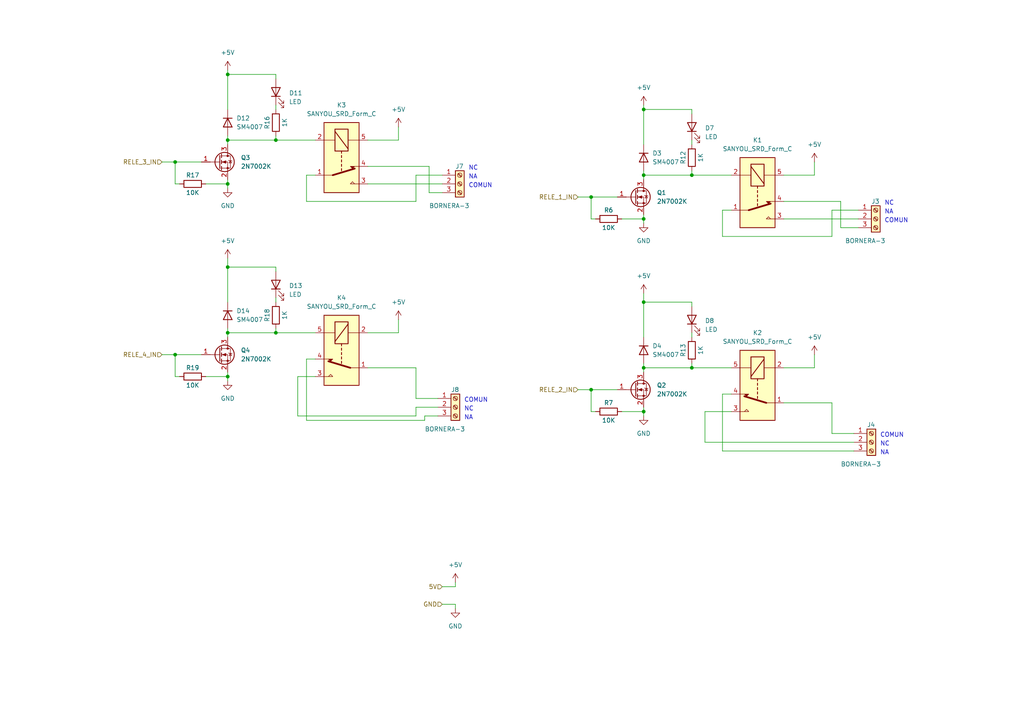
<source format=kicad_sch>
(kicad_sch (version 20230121) (generator eeschema)
  (paper "A4")
  (lib_symbols
    (symbol "Connector:Screw_Terminal_01x03" (pin_names (offset 1.016) hide)
      (property "Reference" "J" (at 0 5.08 0))
      (property "Value" "Screw_Terminal_01x03" (at 0 -5.08 0))
      (symbol "Screw_Terminal_01x03_1_1"
        (rectangle (start -1.27 3.81) (end 1.27 -3.81) (stroke (width 0.254)) (fill (type background)))
        (circle (center 0 -2.54) (radius 0.635) (stroke (width 0.1524)))
        (polyline (pts (xy -0.5334 -2.2098) (xy 0.3302 -3.048)) (stroke (width 0.1524)))
        (polyline (pts (xy -0.5334 0.3302) (xy 0.3302 -0.508)) (stroke (width 0.1524)))
        (polyline (pts (xy -0.5334 2.8702) (xy 0.3302 2.032)) (stroke (width 0.1524)))
        (polyline (pts (xy -0.3556 -2.032) (xy 0.508 -2.8702)) (stroke (width 0.1524)))
        (polyline (pts (xy -0.3556 0.508) (xy 0.508 -0.3302)) (stroke (width 0.1524)))
        (polyline (pts (xy -0.3556 3.048) (xy 0.508 2.2098)) (stroke (width 0.1524)))
        (circle (center 0 0) (radius 0.635) (stroke (width 0.1524)))
        (circle (center 0 2.54) (radius 0.635) (stroke (width 0.1524)))
        (pin passive line (at -5.08 2.54 0) (length 3.81) (name "Pin_1") (number "1"))
        (pin passive line (at -5.08 0 0) (length 3.81) (name "Pin_2") (number "2"))
        (pin passive line (at -5.08 -2.54 0) (length 3.81) (name "Pin_3") (number "3"))
      )
    )
    (symbol "Device:LED" (pin_numbers hide) (pin_names (offset 1.016) hide)
      (property "Reference" "D" (at 0 2.54 0))
      (property "Value" "LED" (at 0 -2.54 0))
      (symbol "LED_0_1"
        (polyline (pts (xy -1.27 -1.27) (xy -1.27 1.27)) (stroke (width 0.254)))
        (polyline (pts (xy -1.27 0) (xy 1.27 0)))
        (polyline (pts (xy 1.27 -1.27) (xy 1.27 1.27) (xy -1.27 0) (xy 1.27 -1.27)) (stroke (width 0.254)))
        (polyline (pts (xy -3.048 -0.762) (xy -4.572 -2.286) (xy -3.81 -2.286) (xy -4.572 -2.286) (xy -4.572 -1.524)))
        (polyline (pts (xy -1.778 -0.762) (xy -3.302 -2.286) (xy -2.54 -2.286) (xy -3.302 -2.286) (xy -3.302 -1.524)))
      )
      (symbol "LED_1_1"
        (pin passive line (at -3.81 0 0) (length 2.54) (name "K") (number "1"))
        (pin passive line (at 3.81 0 180) (length 2.54) (name "A") (number "2"))
      )
    )
    (symbol "Device:R" (pin_numbers hide) (pin_names (offset 0))
      (property "Reference" "R" (at 2.032 0 90))
      (property "Value" "R" (at 0 0 90))
      (symbol "R_0_1"
        (rectangle (start -1.016 -2.54) (end 1.016 2.54) (stroke (width 0.254)))
      )
      (symbol "R_1_1"
        (pin passive line (at 0 3.81 270) (length 1.27) (name "~") (number "1"))
        (pin passive line (at 0 -3.81 90) (length 1.27) (name "~") (number "2"))
      )
    )
    (symbol "Diode:SM4007" (pin_numbers hide) (pin_names (offset 1.016) hide)
      (property "Reference" "D" (at 0 2.54 0))
      (property "Value" "SM4007" (at 0 -2.54 0))
      (symbol "SM4007_0_1"
        (polyline (pts (xy -1.27 1.27) (xy -1.27 -1.27)) (stroke (width 0.254)))
        (polyline (pts (xy 1.27 0) (xy -1.27 0)))
        (polyline (pts (xy 1.27 1.27) (xy 1.27 -1.27) (xy -1.27 0) (xy 1.27 1.27)) (stroke (width 0.254)))
      )
      (symbol "SM4007_1_1"
        (pin passive line (at -3.81 0 0) (length 2.54) (name "K") (number "1"))
        (pin passive line (at 3.81 0 180) (length 2.54) (name "A") (number "2"))
      )
    )
    (symbol "Relay:SANYOU_SRD_Form_C"
      (property "Reference" "K" (at 11.43 3.81 0))
      (property "Value" "SANYOU_SRD_Form_C" (at 11.43 1.27 0))
      (symbol "SANYOU_SRD_Form_C_0_0"
        (polyline (pts (xy 7.62 5.08) (xy 7.62 2.54) (xy 6.985 3.175) (xy 7.62 3.81)))
      )
      (symbol "SANYOU_SRD_Form_C_0_1"
        (rectangle (start -10.16 5.08) (end 10.16 -5.08) (stroke (width 0.254)) (fill (type background)))
        (rectangle (start -8.255 1.905) (end -1.905 -1.905) (stroke (width 0.254)))
        (polyline (pts (xy -7.62 -1.905) (xy -2.54 1.905)) (stroke (width 0.254)))
        (polyline (pts (xy -5.08 -5.08) (xy -5.08 -1.905)))
        (polyline (pts (xy -5.08 5.08) (xy -5.08 1.905)))
        (polyline (pts (xy -1.905 0) (xy -1.27 0)) (stroke (width 0.254)))
        (polyline (pts (xy -0.635 0) (xy 0 0)) (stroke (width 0.254)))
        (polyline (pts (xy 0.635 0) (xy 1.27 0)) (stroke (width 0.254)))
        (polyline (pts (xy 1.905 0) (xy 2.54 0)) (stroke (width 0.254)))
        (polyline (pts (xy 3.175 0) (xy 3.81 0)) (stroke (width 0.254)))
        (polyline (pts (xy 5.08 -2.54) (xy 3.175 3.81)) (stroke (width 0.508)))
        (polyline (pts (xy 5.08 -2.54) (xy 5.08 -5.08)))
      )
      (symbol "SANYOU_SRD_Form_C_1_1"
        (polyline (pts (xy 2.54 3.81) (xy 3.175 3.175) (xy 2.54 2.54) (xy 2.54 5.08)) (fill (type outline)))
        (pin passive line (at 5.08 -7.62 90) (length 2.54) (name "~") (number "1"))
        (pin passive line (at -5.08 -7.62 90) (length 2.54) (name "~") (number "2"))
        (pin passive line (at 7.62 7.62 270) (length 2.54) (name "~") (number "3"))
        (pin passive line (at 2.54 7.62 270) (length 2.54) (name "~") (number "4"))
        (pin passive line (at -5.08 7.62 270) (length 2.54) (name "~") (number "5"))
      )
    )
    (symbol "Transistor_FET:2N7002K" (pin_names hide)
      (property "Reference" "Q" (at 5.08 1.905 0))
      (property "Value" "2N7002K" (at 5.08 0 0))
      (symbol "2N7002K_0_1"
        (polyline (pts (xy 0.254 0) (xy -2.54 0)))
        (polyline (pts (xy 0.254 1.905) (xy 0.254 -1.905)) (stroke (width 0.254)))
        (polyline (pts (xy 0.762 -1.27) (xy 0.762 -2.286)) (stroke (width 0.254)))
        (polyline (pts (xy 0.762 0.508) (xy 0.762 -0.508)) (stroke (width 0.254)))
        (polyline (pts (xy 0.762 2.286) (xy 0.762 1.27)) (stroke (width 0.254)))
        (polyline (pts (xy 2.54 2.54) (xy 2.54 1.778)))
        (polyline (pts (xy 2.54 -2.54) (xy 2.54 0) (xy 0.762 0)))
        (polyline (pts (xy 0.762 -1.778) (xy 3.302 -1.778) (xy 3.302 1.778) (xy 0.762 1.778)))
        (polyline (pts (xy 1.016 0) (xy 2.032 0.381) (xy 2.032 -0.381) (xy 1.016 0)) (fill (type outline)))
        (polyline (pts (xy 2.794 0.508) (xy 2.921 0.381) (xy 3.683 0.381) (xy 3.81 0.254)))
        (polyline (pts (xy 3.302 0.381) (xy 2.921 -0.254) (xy 3.683 -0.254) (xy 3.302 0.381)))
        (circle (center 1.651 0) (radius 2.794) (stroke (width 0.254)))
        (circle (center 2.54 -1.778) (radius 0.254) (fill (type outline)))
        (circle (center 2.54 1.778) (radius 0.254) (fill (type outline)))
      )
      (symbol "2N7002K_1_1"
        (pin input line (at -5.08 0 0) (length 2.54) (name "G") (number "1"))
        (pin passive line (at 2.54 -5.08 90) (length 2.54) (name "S") (number "2"))
        (pin passive line (at 2.54 5.08 270) (length 2.54) (name "D") (number "3"))
      )
    )
    (symbol "power:+5V" (power) (pin_names (offset 0))
      (property "Value" "+5V" (at 0 3.556 0))
      (symbol "+5V_0_1"
        (polyline (pts (xy -0.762 1.27) (xy 0 2.54)))
        (polyline (pts (xy 0 0) (xy 0 2.54)))
        (polyline (pts (xy 0 2.54) (xy 0.762 1.27)))
      )
      (symbol "+5V_1_1"
        (pin power_in line (at 0 0 90) (length 0) hide (name "+5V") (number "1"))
      )
    )
    (symbol "power:GND" (power) (pin_names (offset 0))
      (property "Value" "GND" (at 0 -3.81 0))
      (symbol "GND_0_1"
        (polyline (pts (xy 0 0) (xy 0 -1.27) (xy 1.27 -1.27) (xy 0 -2.54) (xy -1.27 -1.27) (xy 0 -1.27)))
      )
      (symbol "GND_1_1"
        (pin power_in line (at 0 0 270) (length 0) hide (name "GND") (number "1"))
      )
    )
  )
  (junction (at 66.04 21.59))
  (junction (at 186.69 50.8))
  (junction (at 171.45 113.03))
  (junction (at 66.04 53.34))
  (junction (at 186.69 63.5))
  (junction (at 66.04 109.22))
  (junction (at 50.8 102.87))
  (junction (at 66.04 96.52))
  (junction (at 200.66 106.68))
  (junction (at 186.69 31.75))
  (junction (at 186.69 87.63))
  (junction (at 200.66 50.8))
  (junction (at 171.45 57.15))
  (junction (at 80.01 96.52))
  (junction (at 80.01 40.64))
  (junction (at 186.69 119.38))
  (junction (at 50.8 46.99))
  (junction (at 66.04 40.64))
  (junction (at 186.69 106.68))
  (junction (at 66.04 77.47))
  (wire (pts (xy 66.04 40.64) (xy 66.04 41.91)))
  (wire (pts (xy 227.33 106.68) (xy 236.22 106.68)))
  (wire (pts (xy 186.69 119.38) (xy 186.69 120.65)))
  (wire (pts (xy 106.68 40.64) (xy 115.57 40.64)))
  (wire (pts (xy 66.04 21.59) (xy 66.04 31.75)))
  (wire (pts (xy 209.55 68.58) (xy 241.3 68.58)))
  (wire (pts (xy 50.8 102.87) (xy 58.42 102.87)))
  (wire (pts (xy 80.01 22.86) (xy 80.01 21.59)))
  (wire (pts (xy 66.04 52.07) (xy 66.04 53.34)))
  (wire (pts (xy 186.69 87.63) (xy 186.69 97.79)))
  (wire (pts (xy 236.22 106.68) (xy 236.22 102.87)))
  (wire (pts (xy 123.19 121.92) (xy 88.9 121.92)))
  (wire (pts (xy 171.45 119.38) (xy 171.45 113.03)))
  (wire (pts (xy 88.9 50.8) (xy 88.9 58.42)))
  (wire (pts (xy 171.45 113.03) (xy 179.07 113.03)))
  (wire (pts (xy 128.27 175.26) (xy 132.08 175.26)))
  (wire (pts (xy 115.57 96.52) (xy 115.57 92.71)))
  (wire (pts (xy 243.84 66.04) (xy 243.84 58.42)))
  (wire (pts (xy 200.66 33.02) (xy 200.66 31.75)))
  (wire (pts (xy 46.99 46.99) (xy 50.8 46.99)))
  (wire (pts (xy 200.66 40.64) (xy 200.66 41.91)))
  (wire (pts (xy 204.47 119.38) (xy 212.09 119.38)))
  (wire (pts (xy 200.66 96.52) (xy 200.66 97.79)))
  (wire (pts (xy 91.44 50.8) (xy 88.9 50.8)))
  (wire (pts (xy 88.9 104.14) (xy 88.9 121.92)))
  (wire (pts (xy 50.8 53.34) (xy 50.8 46.99)))
  (wire (pts (xy 186.69 30.48) (xy 186.69 31.75)))
  (wire (pts (xy 120.65 115.57) (xy 127 115.57)))
  (wire (pts (xy 124.46 55.88) (xy 128.27 55.88)))
  (wire (pts (xy 186.69 50.8) (xy 186.69 52.07)))
  (wire (pts (xy 248.92 66.04) (xy 243.84 66.04)))
  (wire (pts (xy 86.36 120.65) (xy 120.65 120.65)))
  (wire (pts (xy 88.9 58.42) (xy 120.65 58.42)))
  (wire (pts (xy 124.46 48.26) (xy 124.46 55.88)))
  (wire (pts (xy 186.69 31.75) (xy 186.69 41.91)))
  (wire (pts (xy 80.01 86.36) (xy 80.01 87.63)))
  (wire (pts (xy 80.01 78.74) (xy 80.01 77.47)))
  (wire (pts (xy 204.47 128.27) (xy 204.47 119.38)))
  (wire (pts (xy 186.69 87.63) (xy 200.66 87.63)))
  (wire (pts (xy 204.47 128.27) (xy 247.65 128.27)))
  (wire (pts (xy 200.66 31.75) (xy 186.69 31.75)))
  (wire (pts (xy 241.3 116.84) (xy 241.3 125.73)))
  (wire (pts (xy 66.04 96.52) (xy 66.04 97.79)))
  (wire (pts (xy 46.99 102.87) (xy 50.8 102.87)))
  (wire (pts (xy 80.01 96.52) (xy 91.44 96.52)))
  (wire (pts (xy 200.66 105.41) (xy 200.66 106.68)))
  (wire (pts (xy 212.09 60.96) (xy 209.55 60.96)))
  (wire (pts (xy 66.04 107.95) (xy 66.04 109.22)))
  (wire (pts (xy 50.8 46.99) (xy 58.42 46.99)))
  (wire (pts (xy 106.68 48.26) (xy 124.46 48.26)))
  (wire (pts (xy 127 120.65) (xy 123.19 120.65)))
  (wire (pts (xy 186.69 50.8) (xy 200.66 50.8)))
  (wire (pts (xy 66.04 77.47) (xy 80.01 77.47)))
  (wire (pts (xy 186.69 106.68) (xy 200.66 106.68)))
  (wire (pts (xy 66.04 20.32) (xy 66.04 21.59)))
  (wire (pts (xy 59.69 53.34) (xy 66.04 53.34)))
  (wire (pts (xy 86.36 109.22) (xy 91.44 109.22)))
  (wire (pts (xy 80.01 95.25) (xy 80.01 96.52)))
  (wire (pts (xy 180.34 119.38) (xy 186.69 119.38)))
  (wire (pts (xy 209.55 130.81) (xy 247.65 130.81)))
  (wire (pts (xy 52.07 53.34) (xy 50.8 53.34)))
  (wire (pts (xy 167.64 113.03) (xy 171.45 113.03)))
  (wire (pts (xy 120.65 50.8) (xy 128.27 50.8)))
  (wire (pts (xy 236.22 50.8) (xy 236.22 46.99)))
  (wire (pts (xy 243.84 58.42) (xy 227.33 58.42)))
  (wire (pts (xy 120.65 106.68) (xy 120.65 115.57)))
  (wire (pts (xy 227.33 116.84) (xy 241.3 116.84)))
  (wire (pts (xy 241.3 60.96) (xy 241.3 68.58)))
  (wire (pts (xy 80.01 39.37) (xy 80.01 40.64)))
  (wire (pts (xy 186.69 105.41) (xy 186.69 106.68)))
  (wire (pts (xy 209.55 114.3) (xy 209.55 130.81)))
  (wire (pts (xy 241.3 60.96) (xy 248.92 60.96)))
  (wire (pts (xy 66.04 109.22) (xy 66.04 110.49)))
  (wire (pts (xy 120.65 118.11) (xy 127 118.11)))
  (wire (pts (xy 106.68 96.52) (xy 115.57 96.52)))
  (wire (pts (xy 88.9 104.14) (xy 91.44 104.14)))
  (wire (pts (xy 209.55 114.3) (xy 212.09 114.3)))
  (wire (pts (xy 120.65 120.65) (xy 120.65 118.11)))
  (wire (pts (xy 66.04 74.93) (xy 66.04 77.47)))
  (wire (pts (xy 66.04 39.37) (xy 66.04 40.64)))
  (wire (pts (xy 186.69 63.5) (xy 186.69 64.77)))
  (wire (pts (xy 186.69 106.68) (xy 186.69 107.95)))
  (wire (pts (xy 106.68 106.68) (xy 120.65 106.68)))
  (wire (pts (xy 227.33 50.8) (xy 236.22 50.8)))
  (wire (pts (xy 115.57 40.64) (xy 115.57 36.83)))
  (wire (pts (xy 172.72 119.38) (xy 171.45 119.38)))
  (wire (pts (xy 132.08 175.26) (xy 132.08 176.53)))
  (wire (pts (xy 180.34 63.5) (xy 186.69 63.5)))
  (wire (pts (xy 171.45 63.5) (xy 171.45 57.15)))
  (wire (pts (xy 86.36 120.65) (xy 86.36 109.22)))
  (wire (pts (xy 80.01 40.64) (xy 91.44 40.64)))
  (wire (pts (xy 200.66 49.53) (xy 200.66 50.8)))
  (wire (pts (xy 241.3 125.73) (xy 247.65 125.73)))
  (wire (pts (xy 227.33 63.5) (xy 248.92 63.5)))
  (wire (pts (xy 172.72 63.5) (xy 171.45 63.5)))
  (wire (pts (xy 66.04 53.34) (xy 66.04 54.61)))
  (wire (pts (xy 171.45 57.15) (xy 179.07 57.15)))
  (wire (pts (xy 80.01 21.59) (xy 66.04 21.59)))
  (wire (pts (xy 52.07 109.22) (xy 50.8 109.22)))
  (wire (pts (xy 106.68 53.34) (xy 128.27 53.34)))
  (wire (pts (xy 123.19 120.65) (xy 123.19 121.92)))
  (wire (pts (xy 209.55 60.96) (xy 209.55 68.58)))
  (wire (pts (xy 186.69 118.11) (xy 186.69 119.38)))
  (wire (pts (xy 200.66 88.9) (xy 200.66 87.63)))
  (wire (pts (xy 200.66 106.68) (xy 212.09 106.68)))
  (wire (pts (xy 59.69 109.22) (xy 66.04 109.22)))
  (wire (pts (xy 132.08 170.18) (xy 132.08 168.91)))
  (wire (pts (xy 186.69 85.09) (xy 186.69 87.63)))
  (wire (pts (xy 200.66 50.8) (xy 212.09 50.8)))
  (wire (pts (xy 66.04 77.47) (xy 66.04 87.63)))
  (wire (pts (xy 66.04 40.64) (xy 80.01 40.64)))
  (wire (pts (xy 186.69 62.23) (xy 186.69 63.5)))
  (wire (pts (xy 66.04 96.52) (xy 80.01 96.52)))
  (wire (pts (xy 50.8 109.22) (xy 50.8 102.87)))
  (wire (pts (xy 186.69 49.53) (xy 186.69 50.8)))
  (wire (pts (xy 128.27 170.18) (xy 132.08 170.18)))
  (wire (pts (xy 80.01 30.48) (xy 80.01 31.75)))
  (wire (pts (xy 167.64 57.15) (xy 171.45 57.15)))
  (wire (pts (xy 120.65 50.8) (xy 120.65 58.42)))
  (wire (pts (xy 66.04 95.25) (xy 66.04 96.52)))
  (text "NA" (at 256.54 62.23 0) (effects (font (size 1.27 1.27)) (justify left bottom)))
  (text "NA" (at 134.62 121.92 0) (effects (font (size 1.27 1.27)) (justify left bottom)))
  (text "COMUN" (at 255.27 127 0) (effects (font (size 1.27 1.27)) (justify left bottom)))
  (text "NA" (at 135.89 52.07 0) (effects (font (size 1.27 1.27)) (justify left bottom)))
  (text "NA" (at 255.27 132.08 0) (effects (font (size 1.27 1.27)) (justify left bottom)))
  (text "COMUN" (at 256.54 64.77 0) (effects (font (size 1.27 1.27)) (justify left bottom)))
  (text "NC" (at 255.27 129.54 0) (effects (font (size 1.27 1.27)) (justify left bottom)))
  (text "COMUN" (at 134.62 116.84 0) (effects (font (size 1.27 1.27)) (justify left bottom)))
  (text "NC" (at 134.62 119.38 0) (effects (font (size 1.27 1.27)) (justify left bottom)))
  (text "NC" (at 256.54 59.69 0) (effects (font (size 1.27 1.27)) (justify left bottom)))
  (text "COMUN" (at 135.89 54.61 0) (effects (font (size 1.27 1.27)) (justify left bottom)))
  (text "NC" (at 135.89 49.53 0) (effects (font (size 1.27 1.27)) (justify left bottom)))
  (hierarchical_label "GND" (shape input) (at 128.27 175.26 180))
  (hierarchical_label "RELE_2_IN" (shape input) (at 167.64 113.03 180))
  (hierarchical_label "RELE_1_IN" (shape input) (at 167.64 57.15 180))
  (hierarchical_label "RELE_3_IN" (shape input) (at 46.99 46.99 180))
  (hierarchical_label "5V" (shape input) (at 128.27 170.18 180))
  (hierarchical_label "RELE_4_IN" (shape input) (at 46.99 102.87 180))
  (symbol (lib_id "Device:LED") (at 80.01 26.67 90) (unit 1)
    (property "Reference" "D11" (at 83.82 26.9874 90) (effects (justify right)))
    (property "Value" "LED" (at 83.82 29.5274 90) (effects (justify right)))
    (property "Footprint" "LED_SMD:LED_0805_2012Metric_Pad1.15x1.40mm_HandSolder" (effects hide))
  )
  (symbol (lib_id "power:+5V") (at 236.22 102.87 0) (unit 1)
    (property "Reference" "#PWR025" (effects hide))
    (property "Value" "+5V" (at 236.22 97.79 0))
  )
  (symbol (lib_id "Transistor_FET:2N7002K") (at 184.15 57.15 0) (unit 1)
    (property "Reference" "Q1" (at 190.5 55.8799 0) (effects (justify left)))
    (property "Value" "2N7002K" (at 190.5 58.4199 0) (effects (justify left)))
    (property "Footprint" "Package_TO_SOT_SMD:SOT-23_Handsoldering" (effects hide))
    (property "Datasheet" "https://www.diodes.com/assets/Datasheets/ds30896.pdf" (effects hide))
  )
  (symbol (lib_id "power:+5V") (at 186.69 30.48 0) (unit 1)
    (property "Reference" "#PWR021" (effects hide))
    (property "Value" "+5V" (at 186.69 25.4 0))
  )
  (symbol (lib_id "Device:R") (at 55.88 53.34 90) (unit 1)
    (property "Reference" "R17" (at 55.88 50.8 90))
    (property "Value" "10K" (at 55.88 55.88 90))
    (property "Footprint" "Resistor_SMD:R_0805_2012Metric_Pad1.20x1.40mm_HandSolder" (effects hide))
  )
  (symbol (lib_id "Diode:SM4007") (at 66.04 91.44 270) (unit 1)
    (property "Reference" "D14" (at 68.58 90.1699 90) (effects (justify left)))
    (property "Value" "SM4007" (at 68.58 92.7099 90) (effects (justify left)))
    (property "Footprint" "Diode_SMD:D_SMA_Handsoldering" (effects hide))
    (property "Datasheet" "http://cdn-reichelt.de/documents/datenblatt/A400/SMD1N400%23DIO.pdf" (effects hide))
  )
  (symbol (lib_id "Connector:Screw_Terminal_01x03") (at 252.73 128.27 0) (unit 1)
    (property "Reference" "J4" (at 251.46 123.19 0) (effects (justify left)))
    (property "Value" "BORNERA-3" (at 243.84 134.62 0) (effects (justify left)))
    (property "Footprint" "TerminalBlock_Phoenix:TerminalBlock_Phoenix_MKDS-1,5-3-5.08_1x03_P5.08mm_Horizontal" (effects hide))
  )
  (symbol (lib_id "Connector:Screw_Terminal_01x03") (at 133.35 53.34 0) (unit 1)
    (property "Reference" "J7" (at 132.08 48.26 0) (effects (justify left)))
    (property "Value" "BORNERA-3" (at 124.46 59.69 0) (effects (justify left)))
    (property "Footprint" "TerminalBlock_Phoenix:TerminalBlock_Phoenix_MKDS-1,5-3-5.08_1x03_P5.08mm_Horizontal" (effects hide))
  )
  (symbol (lib_id "Connector:Screw_Terminal_01x03") (at 254 63.5 0) (unit 1)
    (property "Reference" "J3" (at 252.73 58.42 0) (effects (justify left)))
    (property "Value" "BORNERA-3" (at 245.11 69.85 0) (effects (justify left)))
    (property "Footprint" "TerminalBlock_Phoenix:TerminalBlock_Phoenix_MKDS-1,5-3-5.08_1x03_P5.08mm_Horizontal" (effects hide))
  )
  (symbol (lib_id "Device:R") (at 176.53 63.5 90) (unit 1)
    (property "Reference" "R6" (at 176.53 60.96 90))
    (property "Value" "10K" (at 176.53 66.04 90))
    (property "Footprint" "Resistor_SMD:R_0805_2012Metric_Pad1.20x1.40mm_HandSolder" (effects hide))
  )
  (symbol (lib_id "Diode:SM4007") (at 186.69 101.6 270) (unit 1)
    (property "Reference" "D4" (at 189.23 100.3299 90) (effects (justify left)))
    (property "Value" "SM4007" (at 189.23 102.8699 90) (effects (justify left)))
    (property "Footprint" "Diode_SMD:D_SMA_Handsoldering" (effects hide))
    (property "Datasheet" "http://cdn-reichelt.de/documents/datenblatt/A400/SMD1N400%23DIO.pdf" (effects hide))
  )
  (symbol (lib_id "power:+5V") (at 115.57 36.83 0) (unit 1)
    (property "Reference" "#PWR0111" (effects hide))
    (property "Value" "+5V" (at 115.57 31.75 0))
  )
  (symbol (lib_id "Transistor_FET:2N7002K") (at 63.5 46.99 0) (unit 1)
    (property "Reference" "Q3" (at 69.85 45.7199 0) (effects (justify left)))
    (property "Value" "2N7002K" (at 69.85 48.2599 0) (effects (justify left)))
    (property "Footprint" "Package_TO_SOT_SMD:SOT-23_Handsoldering" (effects hide))
    (property "Datasheet" "https://www.diodes.com/assets/Datasheets/ds30896.pdf" (effects hide))
  )
  (symbol (lib_id "power:+5V") (at 132.08 168.91 0) (unit 1)
    (property "Reference" "#PWR027" (effects hide))
    (property "Value" "+5V" (at 132.08 163.83 0))
  )
  (symbol (lib_id "Diode:SM4007") (at 66.04 35.56 270) (unit 1)
    (property "Reference" "D12" (at 68.58 34.2899 90) (effects (justify left)))
    (property "Value" "SM4007" (at 68.58 36.8299 90) (effects (justify left)))
    (property "Footprint" "Diode_SMD:D_SMA_Handsoldering" (effects hide))
    (property "Datasheet" "http://cdn-reichelt.de/documents/datenblatt/A400/SMD1N400%23DIO.pdf" (effects hide))
  )
  (symbol (lib_id "Device:R") (at 200.66 45.72 180) (unit 1)
    (property "Reference" "R12" (at 198.12 45.72 90))
    (property "Value" "1K" (at 203.2 45.72 90))
    (property "Footprint" "Resistor_SMD:R_0805_2012Metric_Pad1.20x1.40mm_HandSolder" (effects hide))
  )
  (symbol (lib_id "Device:LED") (at 200.66 92.71 90) (unit 1)
    (property "Reference" "D8" (at 204.47 93.0274 90) (effects (justify right)))
    (property "Value" "LED" (at 204.47 95.5674 90) (effects (justify right)))
    (property "Footprint" "LED_SMD:LED_0805_2012Metric_Pad1.15x1.40mm_HandSolder" (effects hide))
  )
  (symbol (lib_id "Device:R") (at 80.01 91.44 180) (unit 1)
    (property "Reference" "R18" (at 77.47 91.44 90))
    (property "Value" "1K" (at 82.55 91.44 90))
    (property "Footprint" "Resistor_SMD:R_0805_2012Metric_Pad1.20x1.40mm_HandSolder" (effects hide))
  )
  (symbol (lib_id "Device:R") (at 200.66 101.6 180) (unit 1)
    (property "Reference" "R13" (at 198.12 101.6 90))
    (property "Value" "1K" (at 203.2 101.6 90))
    (property "Footprint" "Resistor_SMD:R_0805_2012Metric_Pad1.20x1.40mm_HandSolder" (effects hide))
  )
  (symbol (lib_id "power:+5V") (at 66.04 74.93 0) (unit 1)
    (property "Reference" "#PWR0108" (effects hide))
    (property "Value" "+5V" (at 66.04 69.85 0))
  )
  (symbol (lib_id "power:GND") (at 186.69 64.77 0) (unit 1)
    (property "Reference" "#PWR023" (effects hide))
    (property "Value" "GND" (at 186.69 69.85 0))
  )
  (symbol (lib_id "Device:LED") (at 80.01 82.55 90) (unit 1)
    (property "Reference" "D13" (at 83.82 82.8674 90) (effects (justify right)))
    (property "Value" "LED" (at 83.82 85.4074 90) (effects (justify right)))
    (property "Footprint" "LED_SMD:LED_0805_2012Metric_Pad1.15x1.40mm_HandSolder" (effects hide))
  )
  (symbol (lib_id "power:+5V") (at 115.57 92.71 0) (unit 1)
    (property "Reference" "#PWR0112" (effects hide))
    (property "Value" "+5V" (at 115.57 87.63 0))
  )
  (symbol (lib_id "Transistor_FET:2N7002K") (at 63.5 102.87 0) (unit 1)
    (property "Reference" "Q4" (at 69.85 101.5999 0) (effects (justify left)))
    (property "Value" "2N7002K" (at 69.85 104.1399 0) (effects (justify left)))
    (property "Footprint" "Package_TO_SOT_SMD:SOT-23_Handsoldering" (effects hide))
    (property "Datasheet" "https://www.diodes.com/assets/Datasheets/ds30896.pdf" (effects hide))
  )
  (symbol (lib_id "power:GND") (at 132.08 176.53 0) (unit 1)
    (property "Reference" "#PWR028" (effects hide))
    (property "Value" "GND" (at 132.08 181.61 0))
  )
  (symbol (lib_id "Relay:SANYOU_SRD_Form_C") (at 219.71 111.76 90) (mirror x) (unit 1)
    (property "Reference" "K2" (at 219.71 96.52 90))
    (property "Value" "SANYOU_SRD_Form_C" (at 219.71 99.06 90))
    (property "Footprint" "Relay_THT:Relay_SPDT_SANYOU_SRD_Series_Form_C" (effects hide))
    (property "Datasheet" "http://www.sanyourelay.ca/public/products/pdf/SRD.pdf" (effects hide))
  )
  (symbol (lib_id "power:GND") (at 186.69 120.65 0) (unit 1)
    (property "Reference" "#PWR026" (effects hide))
    (property "Value" "GND" (at 186.69 125.73 0))
  )
  (symbol (lib_id "Device:R") (at 80.01 35.56 180) (unit 1)
    (property "Reference" "R16" (at 77.47 35.56 90))
    (property "Value" "1K" (at 82.55 35.56 90))
    (property "Footprint" "Resistor_SMD:R_0805_2012Metric_Pad1.20x1.40mm_HandSolder" (effects hide))
  )
  (symbol (lib_id "Connector:Screw_Terminal_01x03") (at 132.08 118.11 0) (unit 1)
    (property "Reference" "J8" (at 130.81 113.03 0) (effects (justify left)))
    (property "Value" "BORNERA-3" (at 123.19 124.46 0) (effects (justify left)))
    (property "Footprint" "TerminalBlock_Phoenix:TerminalBlock_Phoenix_MKDS-1,5-3-5.08_1x03_P5.08mm_Horizontal" (effects hide))
  )
  (symbol (lib_id "Relay:SANYOU_SRD_Form_C") (at 219.71 55.88 270) (unit 1)
    (property "Reference" "K1" (at 219.71 40.64 90))
    (property "Value" "SANYOU_SRD_Form_C" (at 219.71 43.18 90))
    (property "Footprint" "Relay_THT:Relay_SPDT_SANYOU_SRD_Series_Form_C" (effects hide))
    (property "Datasheet" "http://www.sanyourelay.ca/public/products/pdf/SRD.pdf" (effects hide))
  )
  (symbol (lib_id "power:GND") (at 66.04 54.61 0) (unit 1)
    (property "Reference" "#PWR0109" (effects hide))
    (property "Value" "GND" (at 66.04 59.69 0))
  )
  (symbol (lib_id "Relay:SANYOU_SRD_Form_C") (at 99.06 45.72 270) (unit 1)
    (property "Reference" "K3" (at 99.06 30.48 90))
    (property "Value" "SANYOU_SRD_Form_C" (at 99.06 33.02 90))
    (property "Footprint" "Relay_THT:Relay_SPDT_SANYOU_SRD_Series_Form_C" (effects hide))
    (property "Datasheet" "http://www.sanyourelay.ca/public/products/pdf/SRD.pdf" (effects hide))
  )
  (symbol (lib_id "Device:LED") (at 200.66 36.83 90) (unit 1)
    (property "Reference" "D7" (at 204.47 37.1474 90) (effects (justify right)))
    (property "Value" "LED" (at 204.47 39.6874 90) (effects (justify right)))
    (property "Footprint" "LED_SMD:LED_0805_2012Metric_Pad1.15x1.40mm_HandSolder" (effects hide))
  )
  (symbol (lib_id "Transistor_FET:2N7002K") (at 184.15 113.03 0) (unit 1)
    (property "Reference" "Q2" (at 190.5 111.7599 0) (effects (justify left)))
    (property "Value" "2N7002K" (at 190.5 114.2999 0) (effects (justify left)))
    (property "Footprint" "Package_TO_SOT_SMD:SOT-23_Handsoldering" (effects hide))
    (property "Datasheet" "https://www.diodes.com/assets/Datasheets/ds30896.pdf" (effects hide))
  )
  (symbol (lib_id "Diode:SM4007") (at 186.69 45.72 270) (unit 1)
    (property "Reference" "D3" (at 189.23 44.4499 90) (effects (justify left)))
    (property "Value" "SM4007" (at 189.23 46.9899 90) (effects (justify left)))
    (property "Footprint" "Diode_SMD:D_SMA_Handsoldering" (effects hide))
    (property "Datasheet" "http://cdn-reichelt.de/documents/datenblatt/A400/SMD1N400%23DIO.pdf" (effects hide))
  )
  (symbol (lib_id "Device:R") (at 176.53 119.38 90) (unit 1)
    (property "Reference" "R7" (at 176.53 116.84 90))
    (property "Value" "10K" (at 176.53 121.92 90))
    (property "Footprint" "Resistor_SMD:R_0805_2012Metric_Pad1.20x1.40mm_HandSolder" (effects hide))
  )
  (symbol (lib_id "power:GND") (at 66.04 110.49 0) (unit 1)
    (property "Reference" "#PWR0110" (effects hide))
    (property "Value" "GND" (at 66.04 115.57 0))
  )
  (symbol (lib_id "Relay:SANYOU_SRD_Form_C") (at 99.06 101.6 90) (mirror x) (unit 1)
    (property "Reference" "K4" (at 99.06 86.36 90))
    (property "Value" "SANYOU_SRD_Form_C" (at 99.06 88.9 90))
    (property "Footprint" "Relay_THT:Relay_SPDT_SANYOU_SRD_Series_Form_C" (effects hide))
    (property "Datasheet" "http://www.sanyourelay.ca/public/products/pdf/SRD.pdf" (effects hide))
  )
  (symbol (lib_id "power:+5V") (at 186.69 85.09 0) (unit 1)
    (property "Reference" "#PWR024" (effects hide))
    (property "Value" "+5V" (at 186.69 80.01 0))
  )
  (symbol (lib_id "power:+5V") (at 236.22 46.99 0) (unit 1)
    (property "Reference" "#PWR022" (effects hide))
    (property "Value" "+5V" (at 236.22 41.91 0))
  )
  (symbol (lib_id "power:+5V") (at 66.04 20.32 0) (unit 1)
    (property "Reference" "#PWR0107" (effects hide))
    (property "Value" "+5V" (at 66.04 15.24 0))
  )
  (symbol (lib_id "Device:R") (at 55.88 109.22 90) (unit 1)
    (property "Reference" "R19" (at 55.88 106.68 90))
    (property "Value" "10K" (at 55.88 111.76 90))
    (property "Footprint" "Resistor_SMD:R_0805_2012Metric_Pad1.20x1.40mm_HandSolder" (effects hide))
  )
)
</source>
